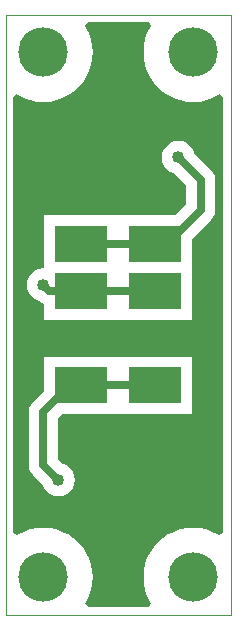
<source format=gbl>
%FSLAX25Y25*%
%MOIN*%
G70*
G01*
G75*
G04 Layer_Physical_Order=2*
G04 Layer_Color=65280*
%ADD10R,0.05906X0.05906*%
%ADD11R,0.08000X0.05000*%
%ADD12C,0.02500*%
%ADD13C,0.00100*%
%ADD14C,0.16500*%
%ADD15C,0.04000*%
%ADD16R,0.17716X0.12205*%
G36*
X548454Y596177D02*
X548180Y595768D01*
X547223Y593828D01*
X546528Y591780D01*
X546106Y589658D01*
X545965Y587500D01*
X546106Y585342D01*
X546528Y583220D01*
X547223Y581172D01*
X548180Y579232D01*
X549382Y577434D01*
X550808Y575808D01*
X552434Y574382D01*
X554232Y573180D01*
X556172Y572223D01*
X558220Y571528D01*
X560342Y571106D01*
X562500Y570965D01*
X564658Y571106D01*
X566780Y571528D01*
X568828Y572223D01*
X570768Y573180D01*
X571177Y573454D01*
X572500Y572746D01*
Y427254D01*
X571177Y426546D01*
X570768Y426820D01*
X568828Y427777D01*
X566780Y428472D01*
X564658Y428894D01*
X562500Y429035D01*
X560342Y428894D01*
X558220Y428472D01*
X556172Y427777D01*
X554232Y426820D01*
X552434Y425618D01*
X550808Y424192D01*
X549382Y422566D01*
X548180Y420768D01*
X547223Y418828D01*
X546528Y416780D01*
X546106Y414658D01*
X545965Y412500D01*
X546106Y410342D01*
X546528Y408220D01*
X547223Y406172D01*
X548180Y404232D01*
X548454Y403823D01*
X547746Y402500D01*
X527254D01*
X526546Y403823D01*
X526820Y404232D01*
X527777Y406172D01*
X528472Y408220D01*
X528894Y410342D01*
X529035Y412500D01*
X528894Y414658D01*
X528472Y416780D01*
X527777Y418828D01*
X526820Y420768D01*
X525618Y422566D01*
X524192Y424192D01*
X522566Y425618D01*
X520768Y426820D01*
X518828Y427777D01*
X516780Y428472D01*
X514658Y428894D01*
X512500Y429035D01*
X510342Y428894D01*
X508220Y428472D01*
X506172Y427777D01*
X504232Y426820D01*
X503823Y426546D01*
X502500Y427254D01*
Y572746D01*
X503823Y573454D01*
X504232Y573180D01*
X506172Y572223D01*
X508220Y571528D01*
X510342Y571106D01*
X512500Y570965D01*
X514658Y571106D01*
X516780Y571528D01*
X518828Y572223D01*
X520768Y573180D01*
X522566Y574382D01*
X524192Y575808D01*
X525618Y577434D01*
X526820Y579232D01*
X527777Y581172D01*
X528472Y583220D01*
X528894Y585342D01*
X529035Y587500D01*
X528894Y589658D01*
X528472Y591780D01*
X527777Y593828D01*
X526820Y595768D01*
X526546Y596177D01*
X527254Y597500D01*
X547746D01*
X548454Y596177D01*
D02*
G37*
%LPC*%
G36*
X562165Y486058D02*
X512842D01*
Y474617D01*
X509112Y470888D01*
X508351Y469896D01*
X508211Y469557D01*
X507872Y468740D01*
X507709Y467500D01*
Y450000D01*
X507872Y448760D01*
X508211Y447943D01*
X508351Y447605D01*
X509112Y446612D01*
X512139Y443586D01*
X512142Y443564D01*
X512696Y442226D01*
X513577Y441077D01*
X514726Y440196D01*
X516064Y439642D01*
X517500Y439453D01*
X518936Y439642D01*
X520274Y440196D01*
X521423Y441077D01*
X522304Y442226D01*
X522858Y443564D01*
X523047Y445000D01*
X522858Y446436D01*
X522304Y447774D01*
X521423Y448923D01*
X520274Y449804D01*
X518936Y450358D01*
X518914Y450361D01*
X517291Y451985D01*
Y465516D01*
X518629Y466854D01*
X562165D01*
Y486058D01*
D02*
G37*
G36*
X557500Y558047D02*
X556064Y557858D01*
X554726Y557304D01*
X553577Y556423D01*
X552696Y555274D01*
X552142Y553936D01*
X551953Y552500D01*
X552142Y551064D01*
X552696Y549726D01*
X553577Y548577D01*
X554726Y547696D01*
X556064Y547142D01*
X556086Y547139D01*
X560209Y543015D01*
Y536984D01*
X556527Y533302D01*
X512842D01*
Y517554D01*
Y515847D01*
X512500Y515548D01*
X511064Y515358D01*
X509726Y514804D01*
X508577Y513923D01*
X507696Y512774D01*
X507142Y511436D01*
X506952Y510000D01*
X507142Y508564D01*
X507696Y507226D01*
X508577Y506077D01*
X509726Y505196D01*
X511064Y504642D01*
X511086Y504639D01*
X511160Y504564D01*
X512152Y503803D01*
X512842Y503517D01*
Y498350D01*
X562165D01*
Y514098D01*
Y525389D01*
X568388Y531612D01*
X569149Y532605D01*
X569628Y533760D01*
X569791Y535000D01*
Y545000D01*
X569628Y546240D01*
X569149Y547396D01*
X568388Y548388D01*
X562861Y553914D01*
X562858Y553936D01*
X562304Y555274D01*
X561423Y556423D01*
X560274Y557304D01*
X558936Y557858D01*
X557500Y558047D01*
D02*
G37*
%LPD*%
D12*
X549806Y507952D02*
X549854Y508000D01*
X550000Y475862D02*
X550200Y476062D01*
X525200Y523700D02*
X553700D01*
X565000Y535000D01*
X512500Y450000D02*
X517500Y445000D01*
X512500Y450000D02*
Y467500D01*
X521456Y476456D01*
X549806D01*
X562796Y492204D02*
X565000Y490000D01*
X557500Y445000D02*
X565000Y452500D01*
Y490000D01*
Y535000D02*
Y545000D01*
X557500Y552500D02*
X565000Y545000D01*
X512900Y509600D02*
X514548Y507952D01*
X549806D01*
X505000Y497500D02*
X510296Y492204D01*
X505000Y497500D02*
Y532500D01*
X512500Y540000D01*
X557500D01*
X510296Y492204D02*
X562796D01*
D13*
X500000Y400000D02*
Y600000D01*
Y400000D02*
X575000D01*
Y600000D01*
X500000D02*
X575000D01*
D14*
X512500Y587500D02*
D03*
X562500D02*
D03*
X512500Y412500D02*
D03*
X562500D02*
D03*
D15*
X557500Y552500D02*
D03*
Y540000D02*
D03*
X517500Y445000D02*
D03*
X557500D02*
D03*
X512500Y510000D02*
D03*
X517500Y540000D02*
D03*
X510000Y492500D02*
D03*
X557500D02*
D03*
D16*
X549806Y523700D02*
D03*
X525200D02*
D03*
X549806Y507952D02*
D03*
Y492204D02*
D03*
Y476456D02*
D03*
X525200Y507952D02*
D03*
Y492204D02*
D03*
Y476456D02*
D03*
M02*

</source>
